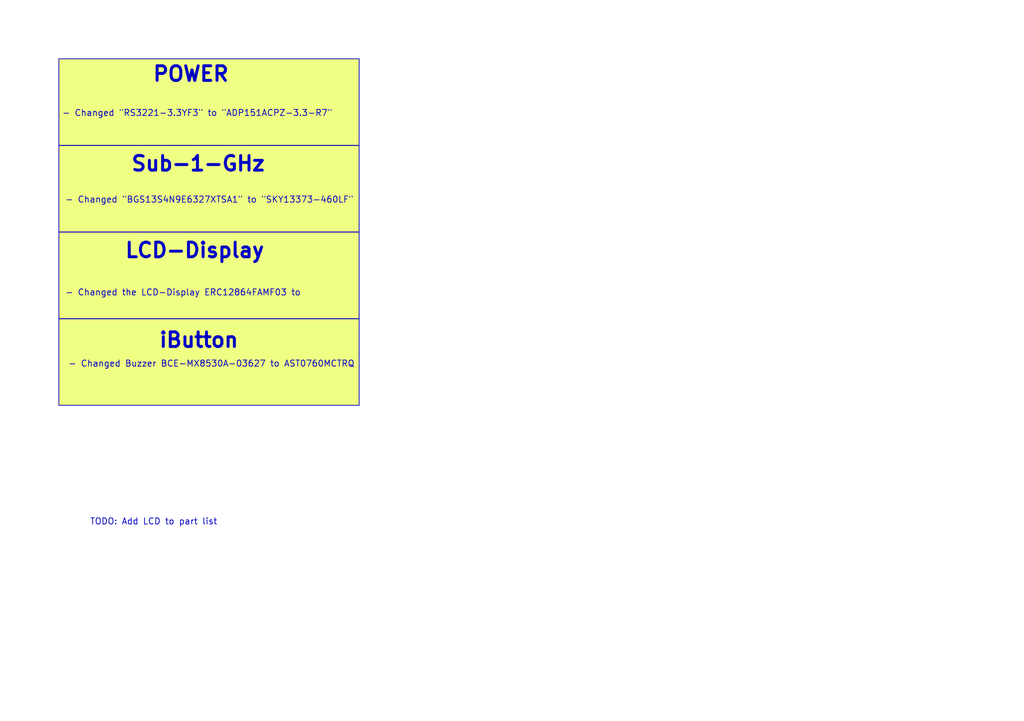
<source format=kicad_sch>
(kicad_sch (version 20230121) (generator eeschema)
  (paper "A5")
  (title_block (title "Flipper Device DIY") (rev "13.F7B9C6") (company "Originally from : Flipper Devices Inc.") (comment 1 "DIY Version 1.0"))
  (lib_symbols)
  (rectangle (start 12.065 29.845) (end 73.66 47.625) (fill (type color) (color 226 255 40 0.57)))
  (rectangle (start 12.065 47.625) (end 73.66 65.405) (fill (type color) (color 226 255 40 0.57)))
  (rectangle (start 12.065 12.065) (end 73.66 29.845) (fill (type color) (color 226 255 40 0.57)))
  (rectangle (start 12.065 65.405) (end 73.66 83.185) (fill (type color) (color 226 255 40 0.57)))
  (text "- Changed \"RS3221-3.3YF3\" to \"ADP151ACPZ-3.3-R7\"" (at 12.7 24.13 0) (effects (font (size 1.27 1.27)) (justify left bottom)))
  (text "- Changed \"BGS13S4N9E6327XTSA1\" to \"SKY13373-460LF\"" (at 13.335 41.91 0) (effects (font (size 1.27 1.27)) (justify left bottom)))
  (text "LCD-Display" (at 25.4 53.34 0) (effects (font (size 3 3) (thickness 0.6) bold) (justify left bottom)))
  (text "- Changed Buzzer BCE-MX8530A-03627 to AST0760MCTRQ" (at 13.97 75.565 0) (effects (font (size 1.27 1.27)) (justify left bottom)))
  (text "TODO: Add LCD to part list" (at 18.415 107.95 0) (effects (font (size 1.27 1.27)) (justify left bottom)))
  (text "Sub-1-GHz" (at 26.67 35.56 0) (effects (font (size 3 3) bold) (justify left bottom)))
  (text "- Changed the LCD-Display ERC12864FAMF03 to " (at 13.335 60.96 0) (effects (font (size 1.27 1.27)) (justify left bottom)))
  (text "POWER" (at 31.115 17.145 0) (effects (font (size 3 3) bold) (justify left bottom)))
  (text "iButton" (at 32.385 71.755 0) (effects (font (size 3 3) (thickness 0.6) bold) (justify left bottom)))
)
</source>
